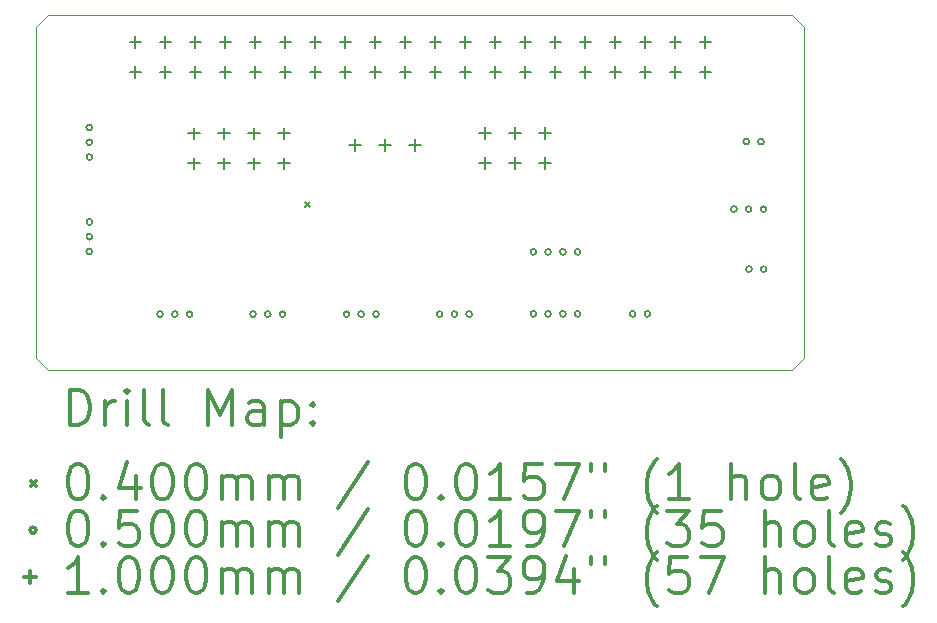
<source format=gbr>
%FSLAX45Y45*%
G04 Gerber Fmt 4.5, Leading zero omitted, Abs format (unit mm)*
G04 Created by KiCad (PCBNEW 5.1.10-88a1d61d58~88~ubuntu20.04.1) date 2021-05-10 23:57:14*
%MOMM*%
%LPD*%
G01*
G04 APERTURE LIST*
%TA.AperFunction,Profile*%
%ADD10C,0.050000*%
%TD*%
%ADD11C,0.200000*%
%ADD12C,0.300000*%
G04 APERTURE END LIST*
D10*
X18400000Y-8900000D02*
X12100000Y-8900000D01*
X18500000Y-9000000D02*
X18400000Y-8900000D01*
X18500000Y-11800000D02*
X18500000Y-9000000D01*
X18400000Y-11900000D02*
X18500000Y-11800000D01*
X12100000Y-11900000D02*
X18400000Y-11900000D01*
X12000000Y-11800000D02*
X12100000Y-11900000D01*
X12000000Y-9000000D02*
X12000000Y-11800000D01*
X12100000Y-8900000D02*
X12000000Y-9000000D01*
D11*
X14280000Y-10480000D02*
X14320000Y-10520000D01*
X14320000Y-10480000D02*
X14280000Y-10520000D01*
X12475000Y-9850000D02*
G75*
G03*
X12475000Y-9850000I-25000J0D01*
G01*
X12475000Y-9975000D02*
G75*
G03*
X12475000Y-9975000I-25000J0D01*
G01*
X12475000Y-10100000D02*
G75*
G03*
X12475000Y-10100000I-25000J0D01*
G01*
X12475000Y-10650000D02*
G75*
G03*
X12475000Y-10650000I-25000J0D01*
G01*
X12475000Y-10775000D02*
G75*
G03*
X12475000Y-10775000I-25000J0D01*
G01*
X12475000Y-10900000D02*
G75*
G03*
X12475000Y-10900000I-25000J0D01*
G01*
X13073500Y-11430000D02*
G75*
G03*
X13073500Y-11430000I-25000J0D01*
G01*
X13198500Y-11430000D02*
G75*
G03*
X13198500Y-11430000I-25000J0D01*
G01*
X13323500Y-11430000D02*
G75*
G03*
X13323500Y-11430000I-25000J0D01*
G01*
X13860500Y-11430000D02*
G75*
G03*
X13860500Y-11430000I-25000J0D01*
G01*
X13985500Y-11430000D02*
G75*
G03*
X13985500Y-11430000I-25000J0D01*
G01*
X14110500Y-11430000D02*
G75*
G03*
X14110500Y-11430000I-25000J0D01*
G01*
X14651500Y-11430000D02*
G75*
G03*
X14651500Y-11430000I-25000J0D01*
G01*
X14776500Y-11430000D02*
G75*
G03*
X14776500Y-11430000I-25000J0D01*
G01*
X14901500Y-11430000D02*
G75*
G03*
X14901500Y-11430000I-25000J0D01*
G01*
X15440500Y-11430000D02*
G75*
G03*
X15440500Y-11430000I-25000J0D01*
G01*
X15565500Y-11430000D02*
G75*
G03*
X15565500Y-11430000I-25000J0D01*
G01*
X15690500Y-11430000D02*
G75*
G03*
X15690500Y-11430000I-25000J0D01*
G01*
X16234000Y-10903000D02*
G75*
G03*
X16234000Y-10903000I-25000J0D01*
G01*
X16234000Y-11428000D02*
G75*
G03*
X16234000Y-11428000I-25000J0D01*
G01*
X16359000Y-10903000D02*
G75*
G03*
X16359000Y-10903000I-25000J0D01*
G01*
X16359000Y-11428000D02*
G75*
G03*
X16359000Y-11428000I-25000J0D01*
G01*
X16484000Y-10903000D02*
G75*
G03*
X16484000Y-10903000I-25000J0D01*
G01*
X16484000Y-11428000D02*
G75*
G03*
X16484000Y-11428000I-25000J0D01*
G01*
X16609000Y-10903000D02*
G75*
G03*
X16609000Y-10903000I-25000J0D01*
G01*
X16609000Y-11428000D02*
G75*
G03*
X16609000Y-11428000I-25000J0D01*
G01*
X17075000Y-11428000D02*
G75*
G03*
X17075000Y-11428000I-25000J0D01*
G01*
X17200000Y-11428000D02*
G75*
G03*
X17200000Y-11428000I-25000J0D01*
G01*
X17932000Y-10541000D02*
G75*
G03*
X17932000Y-10541000I-25000J0D01*
G01*
X18036500Y-9969000D02*
G75*
G03*
X18036500Y-9969000I-25000J0D01*
G01*
X18057000Y-10541000D02*
G75*
G03*
X18057000Y-10541000I-25000J0D01*
G01*
X18059000Y-11049000D02*
G75*
G03*
X18059000Y-11049000I-25000J0D01*
G01*
X18161500Y-9969000D02*
G75*
G03*
X18161500Y-9969000I-25000J0D01*
G01*
X18182000Y-10541000D02*
G75*
G03*
X18182000Y-10541000I-25000J0D01*
G01*
X18184000Y-11049000D02*
G75*
G03*
X18184000Y-11049000I-25000J0D01*
G01*
X12840000Y-9075000D02*
X12840000Y-9175000D01*
X12790000Y-9125000D02*
X12890000Y-9125000D01*
X12840000Y-9329000D02*
X12840000Y-9429000D01*
X12790000Y-9379000D02*
X12890000Y-9379000D01*
X13094000Y-9075000D02*
X13094000Y-9175000D01*
X13044000Y-9125000D02*
X13144000Y-9125000D01*
X13094000Y-9329000D02*
X13094000Y-9429000D01*
X13044000Y-9379000D02*
X13144000Y-9379000D01*
X13335000Y-9850000D02*
X13335000Y-9950000D01*
X13285000Y-9900000D02*
X13385000Y-9900000D01*
X13335000Y-10104000D02*
X13335000Y-10204000D01*
X13285000Y-10154000D02*
X13385000Y-10154000D01*
X13348000Y-9075000D02*
X13348000Y-9175000D01*
X13298000Y-9125000D02*
X13398000Y-9125000D01*
X13348000Y-9329000D02*
X13348000Y-9429000D01*
X13298000Y-9379000D02*
X13398000Y-9379000D01*
X13589000Y-9850000D02*
X13589000Y-9950000D01*
X13539000Y-9900000D02*
X13639000Y-9900000D01*
X13589000Y-10104000D02*
X13589000Y-10204000D01*
X13539000Y-10154000D02*
X13639000Y-10154000D01*
X13602000Y-9075000D02*
X13602000Y-9175000D01*
X13552000Y-9125000D02*
X13652000Y-9125000D01*
X13602000Y-9329000D02*
X13602000Y-9429000D01*
X13552000Y-9379000D02*
X13652000Y-9379000D01*
X13843000Y-9850000D02*
X13843000Y-9950000D01*
X13793000Y-9900000D02*
X13893000Y-9900000D01*
X13843000Y-10104000D02*
X13843000Y-10204000D01*
X13793000Y-10154000D02*
X13893000Y-10154000D01*
X13856000Y-9075000D02*
X13856000Y-9175000D01*
X13806000Y-9125000D02*
X13906000Y-9125000D01*
X13856000Y-9329000D02*
X13856000Y-9429000D01*
X13806000Y-9379000D02*
X13906000Y-9379000D01*
X14097000Y-9850000D02*
X14097000Y-9950000D01*
X14047000Y-9900000D02*
X14147000Y-9900000D01*
X14097000Y-10104000D02*
X14097000Y-10204000D01*
X14047000Y-10154000D02*
X14147000Y-10154000D01*
X14110000Y-9075000D02*
X14110000Y-9175000D01*
X14060000Y-9125000D02*
X14160000Y-9125000D01*
X14110000Y-9329000D02*
X14110000Y-9429000D01*
X14060000Y-9379000D02*
X14160000Y-9379000D01*
X14364000Y-9075000D02*
X14364000Y-9175000D01*
X14314000Y-9125000D02*
X14414000Y-9125000D01*
X14364000Y-9329000D02*
X14364000Y-9429000D01*
X14314000Y-9379000D02*
X14414000Y-9379000D01*
X14618000Y-9075000D02*
X14618000Y-9175000D01*
X14568000Y-9125000D02*
X14668000Y-9125000D01*
X14618000Y-9329000D02*
X14618000Y-9429000D01*
X14568000Y-9379000D02*
X14668000Y-9379000D01*
X14700000Y-9950000D02*
X14700000Y-10050000D01*
X14650000Y-10000000D02*
X14750000Y-10000000D01*
X14872000Y-9075000D02*
X14872000Y-9175000D01*
X14822000Y-9125000D02*
X14922000Y-9125000D01*
X14872000Y-9329000D02*
X14872000Y-9429000D01*
X14822000Y-9379000D02*
X14922000Y-9379000D01*
X14954000Y-9950000D02*
X14954000Y-10050000D01*
X14904000Y-10000000D02*
X15004000Y-10000000D01*
X15126000Y-9075000D02*
X15126000Y-9175000D01*
X15076000Y-9125000D02*
X15176000Y-9125000D01*
X15126000Y-9329000D02*
X15126000Y-9429000D01*
X15076000Y-9379000D02*
X15176000Y-9379000D01*
X15208000Y-9950000D02*
X15208000Y-10050000D01*
X15158000Y-10000000D02*
X15258000Y-10000000D01*
X15380000Y-9075000D02*
X15380000Y-9175000D01*
X15330000Y-9125000D02*
X15430000Y-9125000D01*
X15380000Y-9329000D02*
X15380000Y-9429000D01*
X15330000Y-9379000D02*
X15430000Y-9379000D01*
X15634000Y-9075000D02*
X15634000Y-9175000D01*
X15584000Y-9125000D02*
X15684000Y-9125000D01*
X15634000Y-9329000D02*
X15634000Y-9429000D01*
X15584000Y-9379000D02*
X15684000Y-9379000D01*
X15800000Y-9846000D02*
X15800000Y-9946000D01*
X15750000Y-9896000D02*
X15850000Y-9896000D01*
X15800000Y-10100000D02*
X15800000Y-10200000D01*
X15750000Y-10150000D02*
X15850000Y-10150000D01*
X15888000Y-9075000D02*
X15888000Y-9175000D01*
X15838000Y-9125000D02*
X15938000Y-9125000D01*
X15888000Y-9329000D02*
X15888000Y-9429000D01*
X15838000Y-9379000D02*
X15938000Y-9379000D01*
X16054000Y-9846000D02*
X16054000Y-9946000D01*
X16004000Y-9896000D02*
X16104000Y-9896000D01*
X16054000Y-10100000D02*
X16054000Y-10200000D01*
X16004000Y-10150000D02*
X16104000Y-10150000D01*
X16142000Y-9075000D02*
X16142000Y-9175000D01*
X16092000Y-9125000D02*
X16192000Y-9125000D01*
X16142000Y-9329000D02*
X16142000Y-9429000D01*
X16092000Y-9379000D02*
X16192000Y-9379000D01*
X16308000Y-9846000D02*
X16308000Y-9946000D01*
X16258000Y-9896000D02*
X16358000Y-9896000D01*
X16308000Y-10100000D02*
X16308000Y-10200000D01*
X16258000Y-10150000D02*
X16358000Y-10150000D01*
X16396000Y-9075000D02*
X16396000Y-9175000D01*
X16346000Y-9125000D02*
X16446000Y-9125000D01*
X16396000Y-9329000D02*
X16396000Y-9429000D01*
X16346000Y-9379000D02*
X16446000Y-9379000D01*
X16650000Y-9075000D02*
X16650000Y-9175000D01*
X16600000Y-9125000D02*
X16700000Y-9125000D01*
X16650000Y-9329000D02*
X16650000Y-9429000D01*
X16600000Y-9379000D02*
X16700000Y-9379000D01*
X16904000Y-9075000D02*
X16904000Y-9175000D01*
X16854000Y-9125000D02*
X16954000Y-9125000D01*
X16904000Y-9329000D02*
X16904000Y-9429000D01*
X16854000Y-9379000D02*
X16954000Y-9379000D01*
X17158000Y-9075000D02*
X17158000Y-9175000D01*
X17108000Y-9125000D02*
X17208000Y-9125000D01*
X17158000Y-9329000D02*
X17158000Y-9429000D01*
X17108000Y-9379000D02*
X17208000Y-9379000D01*
X17412000Y-9075000D02*
X17412000Y-9175000D01*
X17362000Y-9125000D02*
X17462000Y-9125000D01*
X17412000Y-9329000D02*
X17412000Y-9429000D01*
X17362000Y-9379000D02*
X17462000Y-9379000D01*
X17666000Y-9075000D02*
X17666000Y-9175000D01*
X17616000Y-9125000D02*
X17716000Y-9125000D01*
X17666000Y-9329000D02*
X17666000Y-9429000D01*
X17616000Y-9379000D02*
X17716000Y-9379000D01*
D12*
X12283928Y-12368214D02*
X12283928Y-12068214D01*
X12355357Y-12068214D01*
X12398214Y-12082500D01*
X12426786Y-12111071D01*
X12441071Y-12139643D01*
X12455357Y-12196786D01*
X12455357Y-12239643D01*
X12441071Y-12296786D01*
X12426786Y-12325357D01*
X12398214Y-12353929D01*
X12355357Y-12368214D01*
X12283928Y-12368214D01*
X12583928Y-12368214D02*
X12583928Y-12168214D01*
X12583928Y-12225357D02*
X12598214Y-12196786D01*
X12612500Y-12182500D01*
X12641071Y-12168214D01*
X12669643Y-12168214D01*
X12769643Y-12368214D02*
X12769643Y-12168214D01*
X12769643Y-12068214D02*
X12755357Y-12082500D01*
X12769643Y-12096786D01*
X12783928Y-12082500D01*
X12769643Y-12068214D01*
X12769643Y-12096786D01*
X12955357Y-12368214D02*
X12926786Y-12353929D01*
X12912500Y-12325357D01*
X12912500Y-12068214D01*
X13112500Y-12368214D02*
X13083928Y-12353929D01*
X13069643Y-12325357D01*
X13069643Y-12068214D01*
X13455357Y-12368214D02*
X13455357Y-12068214D01*
X13555357Y-12282500D01*
X13655357Y-12068214D01*
X13655357Y-12368214D01*
X13926786Y-12368214D02*
X13926786Y-12211071D01*
X13912500Y-12182500D01*
X13883928Y-12168214D01*
X13826786Y-12168214D01*
X13798214Y-12182500D01*
X13926786Y-12353929D02*
X13898214Y-12368214D01*
X13826786Y-12368214D01*
X13798214Y-12353929D01*
X13783928Y-12325357D01*
X13783928Y-12296786D01*
X13798214Y-12268214D01*
X13826786Y-12253929D01*
X13898214Y-12253929D01*
X13926786Y-12239643D01*
X14069643Y-12168214D02*
X14069643Y-12468214D01*
X14069643Y-12182500D02*
X14098214Y-12168214D01*
X14155357Y-12168214D01*
X14183928Y-12182500D01*
X14198214Y-12196786D01*
X14212500Y-12225357D01*
X14212500Y-12311071D01*
X14198214Y-12339643D01*
X14183928Y-12353929D01*
X14155357Y-12368214D01*
X14098214Y-12368214D01*
X14069643Y-12353929D01*
X14341071Y-12339643D02*
X14355357Y-12353929D01*
X14341071Y-12368214D01*
X14326786Y-12353929D01*
X14341071Y-12339643D01*
X14341071Y-12368214D01*
X14341071Y-12182500D02*
X14355357Y-12196786D01*
X14341071Y-12211071D01*
X14326786Y-12196786D01*
X14341071Y-12182500D01*
X14341071Y-12211071D01*
X11957500Y-12842500D02*
X11997500Y-12882500D01*
X11997500Y-12842500D02*
X11957500Y-12882500D01*
X12341071Y-12698214D02*
X12369643Y-12698214D01*
X12398214Y-12712500D01*
X12412500Y-12726786D01*
X12426786Y-12755357D01*
X12441071Y-12812500D01*
X12441071Y-12883929D01*
X12426786Y-12941071D01*
X12412500Y-12969643D01*
X12398214Y-12983929D01*
X12369643Y-12998214D01*
X12341071Y-12998214D01*
X12312500Y-12983929D01*
X12298214Y-12969643D01*
X12283928Y-12941071D01*
X12269643Y-12883929D01*
X12269643Y-12812500D01*
X12283928Y-12755357D01*
X12298214Y-12726786D01*
X12312500Y-12712500D01*
X12341071Y-12698214D01*
X12569643Y-12969643D02*
X12583928Y-12983929D01*
X12569643Y-12998214D01*
X12555357Y-12983929D01*
X12569643Y-12969643D01*
X12569643Y-12998214D01*
X12841071Y-12798214D02*
X12841071Y-12998214D01*
X12769643Y-12683929D02*
X12698214Y-12898214D01*
X12883928Y-12898214D01*
X13055357Y-12698214D02*
X13083928Y-12698214D01*
X13112500Y-12712500D01*
X13126786Y-12726786D01*
X13141071Y-12755357D01*
X13155357Y-12812500D01*
X13155357Y-12883929D01*
X13141071Y-12941071D01*
X13126786Y-12969643D01*
X13112500Y-12983929D01*
X13083928Y-12998214D01*
X13055357Y-12998214D01*
X13026786Y-12983929D01*
X13012500Y-12969643D01*
X12998214Y-12941071D01*
X12983928Y-12883929D01*
X12983928Y-12812500D01*
X12998214Y-12755357D01*
X13012500Y-12726786D01*
X13026786Y-12712500D01*
X13055357Y-12698214D01*
X13341071Y-12698214D02*
X13369643Y-12698214D01*
X13398214Y-12712500D01*
X13412500Y-12726786D01*
X13426786Y-12755357D01*
X13441071Y-12812500D01*
X13441071Y-12883929D01*
X13426786Y-12941071D01*
X13412500Y-12969643D01*
X13398214Y-12983929D01*
X13369643Y-12998214D01*
X13341071Y-12998214D01*
X13312500Y-12983929D01*
X13298214Y-12969643D01*
X13283928Y-12941071D01*
X13269643Y-12883929D01*
X13269643Y-12812500D01*
X13283928Y-12755357D01*
X13298214Y-12726786D01*
X13312500Y-12712500D01*
X13341071Y-12698214D01*
X13569643Y-12998214D02*
X13569643Y-12798214D01*
X13569643Y-12826786D02*
X13583928Y-12812500D01*
X13612500Y-12798214D01*
X13655357Y-12798214D01*
X13683928Y-12812500D01*
X13698214Y-12841071D01*
X13698214Y-12998214D01*
X13698214Y-12841071D02*
X13712500Y-12812500D01*
X13741071Y-12798214D01*
X13783928Y-12798214D01*
X13812500Y-12812500D01*
X13826786Y-12841071D01*
X13826786Y-12998214D01*
X13969643Y-12998214D02*
X13969643Y-12798214D01*
X13969643Y-12826786D02*
X13983928Y-12812500D01*
X14012500Y-12798214D01*
X14055357Y-12798214D01*
X14083928Y-12812500D01*
X14098214Y-12841071D01*
X14098214Y-12998214D01*
X14098214Y-12841071D02*
X14112500Y-12812500D01*
X14141071Y-12798214D01*
X14183928Y-12798214D01*
X14212500Y-12812500D01*
X14226786Y-12841071D01*
X14226786Y-12998214D01*
X14812500Y-12683929D02*
X14555357Y-13069643D01*
X15198214Y-12698214D02*
X15226786Y-12698214D01*
X15255357Y-12712500D01*
X15269643Y-12726786D01*
X15283928Y-12755357D01*
X15298214Y-12812500D01*
X15298214Y-12883929D01*
X15283928Y-12941071D01*
X15269643Y-12969643D01*
X15255357Y-12983929D01*
X15226786Y-12998214D01*
X15198214Y-12998214D01*
X15169643Y-12983929D01*
X15155357Y-12969643D01*
X15141071Y-12941071D01*
X15126786Y-12883929D01*
X15126786Y-12812500D01*
X15141071Y-12755357D01*
X15155357Y-12726786D01*
X15169643Y-12712500D01*
X15198214Y-12698214D01*
X15426786Y-12969643D02*
X15441071Y-12983929D01*
X15426786Y-12998214D01*
X15412500Y-12983929D01*
X15426786Y-12969643D01*
X15426786Y-12998214D01*
X15626786Y-12698214D02*
X15655357Y-12698214D01*
X15683928Y-12712500D01*
X15698214Y-12726786D01*
X15712500Y-12755357D01*
X15726786Y-12812500D01*
X15726786Y-12883929D01*
X15712500Y-12941071D01*
X15698214Y-12969643D01*
X15683928Y-12983929D01*
X15655357Y-12998214D01*
X15626786Y-12998214D01*
X15598214Y-12983929D01*
X15583928Y-12969643D01*
X15569643Y-12941071D01*
X15555357Y-12883929D01*
X15555357Y-12812500D01*
X15569643Y-12755357D01*
X15583928Y-12726786D01*
X15598214Y-12712500D01*
X15626786Y-12698214D01*
X16012500Y-12998214D02*
X15841071Y-12998214D01*
X15926786Y-12998214D02*
X15926786Y-12698214D01*
X15898214Y-12741071D01*
X15869643Y-12769643D01*
X15841071Y-12783929D01*
X16283928Y-12698214D02*
X16141071Y-12698214D01*
X16126786Y-12841071D01*
X16141071Y-12826786D01*
X16169643Y-12812500D01*
X16241071Y-12812500D01*
X16269643Y-12826786D01*
X16283928Y-12841071D01*
X16298214Y-12869643D01*
X16298214Y-12941071D01*
X16283928Y-12969643D01*
X16269643Y-12983929D01*
X16241071Y-12998214D01*
X16169643Y-12998214D01*
X16141071Y-12983929D01*
X16126786Y-12969643D01*
X16398214Y-12698214D02*
X16598214Y-12698214D01*
X16469643Y-12998214D01*
X16698214Y-12698214D02*
X16698214Y-12755357D01*
X16812500Y-12698214D02*
X16812500Y-12755357D01*
X17255357Y-13112500D02*
X17241071Y-13098214D01*
X17212500Y-13055357D01*
X17198214Y-13026786D01*
X17183928Y-12983929D01*
X17169643Y-12912500D01*
X17169643Y-12855357D01*
X17183928Y-12783929D01*
X17198214Y-12741071D01*
X17212500Y-12712500D01*
X17241071Y-12669643D01*
X17255357Y-12655357D01*
X17526786Y-12998214D02*
X17355357Y-12998214D01*
X17441071Y-12998214D02*
X17441071Y-12698214D01*
X17412500Y-12741071D01*
X17383928Y-12769643D01*
X17355357Y-12783929D01*
X17883928Y-12998214D02*
X17883928Y-12698214D01*
X18012500Y-12998214D02*
X18012500Y-12841071D01*
X17998214Y-12812500D01*
X17969643Y-12798214D01*
X17926786Y-12798214D01*
X17898214Y-12812500D01*
X17883928Y-12826786D01*
X18198214Y-12998214D02*
X18169643Y-12983929D01*
X18155357Y-12969643D01*
X18141071Y-12941071D01*
X18141071Y-12855357D01*
X18155357Y-12826786D01*
X18169643Y-12812500D01*
X18198214Y-12798214D01*
X18241071Y-12798214D01*
X18269643Y-12812500D01*
X18283928Y-12826786D01*
X18298214Y-12855357D01*
X18298214Y-12941071D01*
X18283928Y-12969643D01*
X18269643Y-12983929D01*
X18241071Y-12998214D01*
X18198214Y-12998214D01*
X18469643Y-12998214D02*
X18441071Y-12983929D01*
X18426786Y-12955357D01*
X18426786Y-12698214D01*
X18698214Y-12983929D02*
X18669643Y-12998214D01*
X18612500Y-12998214D01*
X18583928Y-12983929D01*
X18569643Y-12955357D01*
X18569643Y-12841071D01*
X18583928Y-12812500D01*
X18612500Y-12798214D01*
X18669643Y-12798214D01*
X18698214Y-12812500D01*
X18712500Y-12841071D01*
X18712500Y-12869643D01*
X18569643Y-12898214D01*
X18812500Y-13112500D02*
X18826786Y-13098214D01*
X18855357Y-13055357D01*
X18869643Y-13026786D01*
X18883928Y-12983929D01*
X18898214Y-12912500D01*
X18898214Y-12855357D01*
X18883928Y-12783929D01*
X18869643Y-12741071D01*
X18855357Y-12712500D01*
X18826786Y-12669643D01*
X18812500Y-12655357D01*
X11997500Y-13258500D02*
G75*
G03*
X11997500Y-13258500I-25000J0D01*
G01*
X12341071Y-13094214D02*
X12369643Y-13094214D01*
X12398214Y-13108500D01*
X12412500Y-13122786D01*
X12426786Y-13151357D01*
X12441071Y-13208500D01*
X12441071Y-13279929D01*
X12426786Y-13337071D01*
X12412500Y-13365643D01*
X12398214Y-13379929D01*
X12369643Y-13394214D01*
X12341071Y-13394214D01*
X12312500Y-13379929D01*
X12298214Y-13365643D01*
X12283928Y-13337071D01*
X12269643Y-13279929D01*
X12269643Y-13208500D01*
X12283928Y-13151357D01*
X12298214Y-13122786D01*
X12312500Y-13108500D01*
X12341071Y-13094214D01*
X12569643Y-13365643D02*
X12583928Y-13379929D01*
X12569643Y-13394214D01*
X12555357Y-13379929D01*
X12569643Y-13365643D01*
X12569643Y-13394214D01*
X12855357Y-13094214D02*
X12712500Y-13094214D01*
X12698214Y-13237071D01*
X12712500Y-13222786D01*
X12741071Y-13208500D01*
X12812500Y-13208500D01*
X12841071Y-13222786D01*
X12855357Y-13237071D01*
X12869643Y-13265643D01*
X12869643Y-13337071D01*
X12855357Y-13365643D01*
X12841071Y-13379929D01*
X12812500Y-13394214D01*
X12741071Y-13394214D01*
X12712500Y-13379929D01*
X12698214Y-13365643D01*
X13055357Y-13094214D02*
X13083928Y-13094214D01*
X13112500Y-13108500D01*
X13126786Y-13122786D01*
X13141071Y-13151357D01*
X13155357Y-13208500D01*
X13155357Y-13279929D01*
X13141071Y-13337071D01*
X13126786Y-13365643D01*
X13112500Y-13379929D01*
X13083928Y-13394214D01*
X13055357Y-13394214D01*
X13026786Y-13379929D01*
X13012500Y-13365643D01*
X12998214Y-13337071D01*
X12983928Y-13279929D01*
X12983928Y-13208500D01*
X12998214Y-13151357D01*
X13012500Y-13122786D01*
X13026786Y-13108500D01*
X13055357Y-13094214D01*
X13341071Y-13094214D02*
X13369643Y-13094214D01*
X13398214Y-13108500D01*
X13412500Y-13122786D01*
X13426786Y-13151357D01*
X13441071Y-13208500D01*
X13441071Y-13279929D01*
X13426786Y-13337071D01*
X13412500Y-13365643D01*
X13398214Y-13379929D01*
X13369643Y-13394214D01*
X13341071Y-13394214D01*
X13312500Y-13379929D01*
X13298214Y-13365643D01*
X13283928Y-13337071D01*
X13269643Y-13279929D01*
X13269643Y-13208500D01*
X13283928Y-13151357D01*
X13298214Y-13122786D01*
X13312500Y-13108500D01*
X13341071Y-13094214D01*
X13569643Y-13394214D02*
X13569643Y-13194214D01*
X13569643Y-13222786D02*
X13583928Y-13208500D01*
X13612500Y-13194214D01*
X13655357Y-13194214D01*
X13683928Y-13208500D01*
X13698214Y-13237071D01*
X13698214Y-13394214D01*
X13698214Y-13237071D02*
X13712500Y-13208500D01*
X13741071Y-13194214D01*
X13783928Y-13194214D01*
X13812500Y-13208500D01*
X13826786Y-13237071D01*
X13826786Y-13394214D01*
X13969643Y-13394214D02*
X13969643Y-13194214D01*
X13969643Y-13222786D02*
X13983928Y-13208500D01*
X14012500Y-13194214D01*
X14055357Y-13194214D01*
X14083928Y-13208500D01*
X14098214Y-13237071D01*
X14098214Y-13394214D01*
X14098214Y-13237071D02*
X14112500Y-13208500D01*
X14141071Y-13194214D01*
X14183928Y-13194214D01*
X14212500Y-13208500D01*
X14226786Y-13237071D01*
X14226786Y-13394214D01*
X14812500Y-13079929D02*
X14555357Y-13465643D01*
X15198214Y-13094214D02*
X15226786Y-13094214D01*
X15255357Y-13108500D01*
X15269643Y-13122786D01*
X15283928Y-13151357D01*
X15298214Y-13208500D01*
X15298214Y-13279929D01*
X15283928Y-13337071D01*
X15269643Y-13365643D01*
X15255357Y-13379929D01*
X15226786Y-13394214D01*
X15198214Y-13394214D01*
X15169643Y-13379929D01*
X15155357Y-13365643D01*
X15141071Y-13337071D01*
X15126786Y-13279929D01*
X15126786Y-13208500D01*
X15141071Y-13151357D01*
X15155357Y-13122786D01*
X15169643Y-13108500D01*
X15198214Y-13094214D01*
X15426786Y-13365643D02*
X15441071Y-13379929D01*
X15426786Y-13394214D01*
X15412500Y-13379929D01*
X15426786Y-13365643D01*
X15426786Y-13394214D01*
X15626786Y-13094214D02*
X15655357Y-13094214D01*
X15683928Y-13108500D01*
X15698214Y-13122786D01*
X15712500Y-13151357D01*
X15726786Y-13208500D01*
X15726786Y-13279929D01*
X15712500Y-13337071D01*
X15698214Y-13365643D01*
X15683928Y-13379929D01*
X15655357Y-13394214D01*
X15626786Y-13394214D01*
X15598214Y-13379929D01*
X15583928Y-13365643D01*
X15569643Y-13337071D01*
X15555357Y-13279929D01*
X15555357Y-13208500D01*
X15569643Y-13151357D01*
X15583928Y-13122786D01*
X15598214Y-13108500D01*
X15626786Y-13094214D01*
X16012500Y-13394214D02*
X15841071Y-13394214D01*
X15926786Y-13394214D02*
X15926786Y-13094214D01*
X15898214Y-13137071D01*
X15869643Y-13165643D01*
X15841071Y-13179929D01*
X16155357Y-13394214D02*
X16212500Y-13394214D01*
X16241071Y-13379929D01*
X16255357Y-13365643D01*
X16283928Y-13322786D01*
X16298214Y-13265643D01*
X16298214Y-13151357D01*
X16283928Y-13122786D01*
X16269643Y-13108500D01*
X16241071Y-13094214D01*
X16183928Y-13094214D01*
X16155357Y-13108500D01*
X16141071Y-13122786D01*
X16126786Y-13151357D01*
X16126786Y-13222786D01*
X16141071Y-13251357D01*
X16155357Y-13265643D01*
X16183928Y-13279929D01*
X16241071Y-13279929D01*
X16269643Y-13265643D01*
X16283928Y-13251357D01*
X16298214Y-13222786D01*
X16398214Y-13094214D02*
X16598214Y-13094214D01*
X16469643Y-13394214D01*
X16698214Y-13094214D02*
X16698214Y-13151357D01*
X16812500Y-13094214D02*
X16812500Y-13151357D01*
X17255357Y-13508500D02*
X17241071Y-13494214D01*
X17212500Y-13451357D01*
X17198214Y-13422786D01*
X17183928Y-13379929D01*
X17169643Y-13308500D01*
X17169643Y-13251357D01*
X17183928Y-13179929D01*
X17198214Y-13137071D01*
X17212500Y-13108500D01*
X17241071Y-13065643D01*
X17255357Y-13051357D01*
X17341071Y-13094214D02*
X17526786Y-13094214D01*
X17426786Y-13208500D01*
X17469643Y-13208500D01*
X17498214Y-13222786D01*
X17512500Y-13237071D01*
X17526786Y-13265643D01*
X17526786Y-13337071D01*
X17512500Y-13365643D01*
X17498214Y-13379929D01*
X17469643Y-13394214D01*
X17383928Y-13394214D01*
X17355357Y-13379929D01*
X17341071Y-13365643D01*
X17798214Y-13094214D02*
X17655357Y-13094214D01*
X17641071Y-13237071D01*
X17655357Y-13222786D01*
X17683928Y-13208500D01*
X17755357Y-13208500D01*
X17783928Y-13222786D01*
X17798214Y-13237071D01*
X17812500Y-13265643D01*
X17812500Y-13337071D01*
X17798214Y-13365643D01*
X17783928Y-13379929D01*
X17755357Y-13394214D01*
X17683928Y-13394214D01*
X17655357Y-13379929D01*
X17641071Y-13365643D01*
X18169643Y-13394214D02*
X18169643Y-13094214D01*
X18298214Y-13394214D02*
X18298214Y-13237071D01*
X18283928Y-13208500D01*
X18255357Y-13194214D01*
X18212500Y-13194214D01*
X18183928Y-13208500D01*
X18169643Y-13222786D01*
X18483928Y-13394214D02*
X18455357Y-13379929D01*
X18441071Y-13365643D01*
X18426786Y-13337071D01*
X18426786Y-13251357D01*
X18441071Y-13222786D01*
X18455357Y-13208500D01*
X18483928Y-13194214D01*
X18526786Y-13194214D01*
X18555357Y-13208500D01*
X18569643Y-13222786D01*
X18583928Y-13251357D01*
X18583928Y-13337071D01*
X18569643Y-13365643D01*
X18555357Y-13379929D01*
X18526786Y-13394214D01*
X18483928Y-13394214D01*
X18755357Y-13394214D02*
X18726786Y-13379929D01*
X18712500Y-13351357D01*
X18712500Y-13094214D01*
X18983928Y-13379929D02*
X18955357Y-13394214D01*
X18898214Y-13394214D01*
X18869643Y-13379929D01*
X18855357Y-13351357D01*
X18855357Y-13237071D01*
X18869643Y-13208500D01*
X18898214Y-13194214D01*
X18955357Y-13194214D01*
X18983928Y-13208500D01*
X18998214Y-13237071D01*
X18998214Y-13265643D01*
X18855357Y-13294214D01*
X19112500Y-13379929D02*
X19141071Y-13394214D01*
X19198214Y-13394214D01*
X19226786Y-13379929D01*
X19241071Y-13351357D01*
X19241071Y-13337071D01*
X19226786Y-13308500D01*
X19198214Y-13294214D01*
X19155357Y-13294214D01*
X19126786Y-13279929D01*
X19112500Y-13251357D01*
X19112500Y-13237071D01*
X19126786Y-13208500D01*
X19155357Y-13194214D01*
X19198214Y-13194214D01*
X19226786Y-13208500D01*
X19341071Y-13508500D02*
X19355357Y-13494214D01*
X19383928Y-13451357D01*
X19398214Y-13422786D01*
X19412500Y-13379929D01*
X19426786Y-13308500D01*
X19426786Y-13251357D01*
X19412500Y-13179929D01*
X19398214Y-13137071D01*
X19383928Y-13108500D01*
X19355357Y-13065643D01*
X19341071Y-13051357D01*
X11947500Y-13604500D02*
X11947500Y-13704500D01*
X11897500Y-13654500D02*
X11997500Y-13654500D01*
X12441071Y-13790214D02*
X12269643Y-13790214D01*
X12355357Y-13790214D02*
X12355357Y-13490214D01*
X12326786Y-13533071D01*
X12298214Y-13561643D01*
X12269643Y-13575929D01*
X12569643Y-13761643D02*
X12583928Y-13775929D01*
X12569643Y-13790214D01*
X12555357Y-13775929D01*
X12569643Y-13761643D01*
X12569643Y-13790214D01*
X12769643Y-13490214D02*
X12798214Y-13490214D01*
X12826786Y-13504500D01*
X12841071Y-13518786D01*
X12855357Y-13547357D01*
X12869643Y-13604500D01*
X12869643Y-13675929D01*
X12855357Y-13733071D01*
X12841071Y-13761643D01*
X12826786Y-13775929D01*
X12798214Y-13790214D01*
X12769643Y-13790214D01*
X12741071Y-13775929D01*
X12726786Y-13761643D01*
X12712500Y-13733071D01*
X12698214Y-13675929D01*
X12698214Y-13604500D01*
X12712500Y-13547357D01*
X12726786Y-13518786D01*
X12741071Y-13504500D01*
X12769643Y-13490214D01*
X13055357Y-13490214D02*
X13083928Y-13490214D01*
X13112500Y-13504500D01*
X13126786Y-13518786D01*
X13141071Y-13547357D01*
X13155357Y-13604500D01*
X13155357Y-13675929D01*
X13141071Y-13733071D01*
X13126786Y-13761643D01*
X13112500Y-13775929D01*
X13083928Y-13790214D01*
X13055357Y-13790214D01*
X13026786Y-13775929D01*
X13012500Y-13761643D01*
X12998214Y-13733071D01*
X12983928Y-13675929D01*
X12983928Y-13604500D01*
X12998214Y-13547357D01*
X13012500Y-13518786D01*
X13026786Y-13504500D01*
X13055357Y-13490214D01*
X13341071Y-13490214D02*
X13369643Y-13490214D01*
X13398214Y-13504500D01*
X13412500Y-13518786D01*
X13426786Y-13547357D01*
X13441071Y-13604500D01*
X13441071Y-13675929D01*
X13426786Y-13733071D01*
X13412500Y-13761643D01*
X13398214Y-13775929D01*
X13369643Y-13790214D01*
X13341071Y-13790214D01*
X13312500Y-13775929D01*
X13298214Y-13761643D01*
X13283928Y-13733071D01*
X13269643Y-13675929D01*
X13269643Y-13604500D01*
X13283928Y-13547357D01*
X13298214Y-13518786D01*
X13312500Y-13504500D01*
X13341071Y-13490214D01*
X13569643Y-13790214D02*
X13569643Y-13590214D01*
X13569643Y-13618786D02*
X13583928Y-13604500D01*
X13612500Y-13590214D01*
X13655357Y-13590214D01*
X13683928Y-13604500D01*
X13698214Y-13633071D01*
X13698214Y-13790214D01*
X13698214Y-13633071D02*
X13712500Y-13604500D01*
X13741071Y-13590214D01*
X13783928Y-13590214D01*
X13812500Y-13604500D01*
X13826786Y-13633071D01*
X13826786Y-13790214D01*
X13969643Y-13790214D02*
X13969643Y-13590214D01*
X13969643Y-13618786D02*
X13983928Y-13604500D01*
X14012500Y-13590214D01*
X14055357Y-13590214D01*
X14083928Y-13604500D01*
X14098214Y-13633071D01*
X14098214Y-13790214D01*
X14098214Y-13633071D02*
X14112500Y-13604500D01*
X14141071Y-13590214D01*
X14183928Y-13590214D01*
X14212500Y-13604500D01*
X14226786Y-13633071D01*
X14226786Y-13790214D01*
X14812500Y-13475929D02*
X14555357Y-13861643D01*
X15198214Y-13490214D02*
X15226786Y-13490214D01*
X15255357Y-13504500D01*
X15269643Y-13518786D01*
X15283928Y-13547357D01*
X15298214Y-13604500D01*
X15298214Y-13675929D01*
X15283928Y-13733071D01*
X15269643Y-13761643D01*
X15255357Y-13775929D01*
X15226786Y-13790214D01*
X15198214Y-13790214D01*
X15169643Y-13775929D01*
X15155357Y-13761643D01*
X15141071Y-13733071D01*
X15126786Y-13675929D01*
X15126786Y-13604500D01*
X15141071Y-13547357D01*
X15155357Y-13518786D01*
X15169643Y-13504500D01*
X15198214Y-13490214D01*
X15426786Y-13761643D02*
X15441071Y-13775929D01*
X15426786Y-13790214D01*
X15412500Y-13775929D01*
X15426786Y-13761643D01*
X15426786Y-13790214D01*
X15626786Y-13490214D02*
X15655357Y-13490214D01*
X15683928Y-13504500D01*
X15698214Y-13518786D01*
X15712500Y-13547357D01*
X15726786Y-13604500D01*
X15726786Y-13675929D01*
X15712500Y-13733071D01*
X15698214Y-13761643D01*
X15683928Y-13775929D01*
X15655357Y-13790214D01*
X15626786Y-13790214D01*
X15598214Y-13775929D01*
X15583928Y-13761643D01*
X15569643Y-13733071D01*
X15555357Y-13675929D01*
X15555357Y-13604500D01*
X15569643Y-13547357D01*
X15583928Y-13518786D01*
X15598214Y-13504500D01*
X15626786Y-13490214D01*
X15826786Y-13490214D02*
X16012500Y-13490214D01*
X15912500Y-13604500D01*
X15955357Y-13604500D01*
X15983928Y-13618786D01*
X15998214Y-13633071D01*
X16012500Y-13661643D01*
X16012500Y-13733071D01*
X15998214Y-13761643D01*
X15983928Y-13775929D01*
X15955357Y-13790214D01*
X15869643Y-13790214D01*
X15841071Y-13775929D01*
X15826786Y-13761643D01*
X16155357Y-13790214D02*
X16212500Y-13790214D01*
X16241071Y-13775929D01*
X16255357Y-13761643D01*
X16283928Y-13718786D01*
X16298214Y-13661643D01*
X16298214Y-13547357D01*
X16283928Y-13518786D01*
X16269643Y-13504500D01*
X16241071Y-13490214D01*
X16183928Y-13490214D01*
X16155357Y-13504500D01*
X16141071Y-13518786D01*
X16126786Y-13547357D01*
X16126786Y-13618786D01*
X16141071Y-13647357D01*
X16155357Y-13661643D01*
X16183928Y-13675929D01*
X16241071Y-13675929D01*
X16269643Y-13661643D01*
X16283928Y-13647357D01*
X16298214Y-13618786D01*
X16555357Y-13590214D02*
X16555357Y-13790214D01*
X16483928Y-13475929D02*
X16412500Y-13690214D01*
X16598214Y-13690214D01*
X16698214Y-13490214D02*
X16698214Y-13547357D01*
X16812500Y-13490214D02*
X16812500Y-13547357D01*
X17255357Y-13904500D02*
X17241071Y-13890214D01*
X17212500Y-13847357D01*
X17198214Y-13818786D01*
X17183928Y-13775929D01*
X17169643Y-13704500D01*
X17169643Y-13647357D01*
X17183928Y-13575929D01*
X17198214Y-13533071D01*
X17212500Y-13504500D01*
X17241071Y-13461643D01*
X17255357Y-13447357D01*
X17512500Y-13490214D02*
X17369643Y-13490214D01*
X17355357Y-13633071D01*
X17369643Y-13618786D01*
X17398214Y-13604500D01*
X17469643Y-13604500D01*
X17498214Y-13618786D01*
X17512500Y-13633071D01*
X17526786Y-13661643D01*
X17526786Y-13733071D01*
X17512500Y-13761643D01*
X17498214Y-13775929D01*
X17469643Y-13790214D01*
X17398214Y-13790214D01*
X17369643Y-13775929D01*
X17355357Y-13761643D01*
X17626786Y-13490214D02*
X17826786Y-13490214D01*
X17698214Y-13790214D01*
X18169643Y-13790214D02*
X18169643Y-13490214D01*
X18298214Y-13790214D02*
X18298214Y-13633071D01*
X18283928Y-13604500D01*
X18255357Y-13590214D01*
X18212500Y-13590214D01*
X18183928Y-13604500D01*
X18169643Y-13618786D01*
X18483928Y-13790214D02*
X18455357Y-13775929D01*
X18441071Y-13761643D01*
X18426786Y-13733071D01*
X18426786Y-13647357D01*
X18441071Y-13618786D01*
X18455357Y-13604500D01*
X18483928Y-13590214D01*
X18526786Y-13590214D01*
X18555357Y-13604500D01*
X18569643Y-13618786D01*
X18583928Y-13647357D01*
X18583928Y-13733071D01*
X18569643Y-13761643D01*
X18555357Y-13775929D01*
X18526786Y-13790214D01*
X18483928Y-13790214D01*
X18755357Y-13790214D02*
X18726786Y-13775929D01*
X18712500Y-13747357D01*
X18712500Y-13490214D01*
X18983928Y-13775929D02*
X18955357Y-13790214D01*
X18898214Y-13790214D01*
X18869643Y-13775929D01*
X18855357Y-13747357D01*
X18855357Y-13633071D01*
X18869643Y-13604500D01*
X18898214Y-13590214D01*
X18955357Y-13590214D01*
X18983928Y-13604500D01*
X18998214Y-13633071D01*
X18998214Y-13661643D01*
X18855357Y-13690214D01*
X19112500Y-13775929D02*
X19141071Y-13790214D01*
X19198214Y-13790214D01*
X19226786Y-13775929D01*
X19241071Y-13747357D01*
X19241071Y-13733071D01*
X19226786Y-13704500D01*
X19198214Y-13690214D01*
X19155357Y-13690214D01*
X19126786Y-13675929D01*
X19112500Y-13647357D01*
X19112500Y-13633071D01*
X19126786Y-13604500D01*
X19155357Y-13590214D01*
X19198214Y-13590214D01*
X19226786Y-13604500D01*
X19341071Y-13904500D02*
X19355357Y-13890214D01*
X19383928Y-13847357D01*
X19398214Y-13818786D01*
X19412500Y-13775929D01*
X19426786Y-13704500D01*
X19426786Y-13647357D01*
X19412500Y-13575929D01*
X19398214Y-13533071D01*
X19383928Y-13504500D01*
X19355357Y-13461643D01*
X19341071Y-13447357D01*
M02*

</source>
